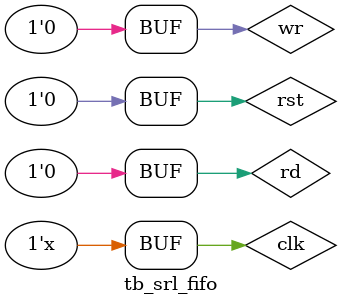
<source format=v>
`timescale 1ns / 1ps
`default_nettype none


module tb_srl_fifo #()();


    localparam WIDTH = 4;
    localparam DEPTH = 16;
    localparam CNT_W = $clog2(DEPTH);

    // TEST PARAMETERS
    localparam CLK_PERIOD = 10;
    localparam HALF_CLK_PERIOD = 5;
    localparam T_RESET = 30;

    reg                 clk = 0;
    reg                 rst = 1;
    reg                 wr  = 0;
    reg [WIDTH-1:0]     din = 0;
    reg                 rd  = 0;

    wire                full;
    wire [WIDTH-1:0]    q;
    wire [CNT_W:0]      item_no;
    wire                empty;


    // DUT
    srl_fifo
    #(
        .WIDTH      (WIDTH      ),
        .DEPTH      (DEPTH      ),
        .CNT_W      (CNT_W      )
    ) u_dut (
        .clk        (clk        ),
        .rst        (rst        ),
        .wr         (wr         ),
        .d          (din        ),
        .full       (full       ),
        .rd         (rd         ),
        .q          (q          ),
        .item_no    (item_no    ),
        .empty      (empty      )
    );


    // STIMULUS
    always
    begin
        clk <= ~clk;
        #HALF_CLK_PERIOD;
    end

    always @ (posedge clk)
    begin
        if(rst) begin
            din <= 0;
        end else begin
            din <= din + 1;
        end
    end

    initial begin
        #T_RESET;
        rst <= 1'b0;
        #T_RESET;
        wr <= 1'b1;
        #(CLK_PERIOD*6);
        rd <= 1'b1;
        #(CLK_PERIOD*5);
        wr <= 1'b0;
        #(CLK_PERIOD*3);
        rd <= 1'b0;
    end






endmodule

</source>
